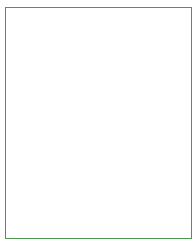
<source format=gbr>
%TF.GenerationSoftware,KiCad,Pcbnew,7.0.5*%
%TF.CreationDate,2023-06-29T13:10:02+12:00*%
%TF.ProjectId,manipulator_PCB,6d616e69-7075-46c6-9174-6f725f504342,rev?*%
%TF.SameCoordinates,Original*%
%TF.FileFunction,Profile,NP*%
%FSLAX46Y46*%
G04 Gerber Fmt 4.6, Leading zero omitted, Abs format (unit mm)*
G04 Created by KiCad (PCBNEW 7.0.5) date 2023-06-29 13:10:02*
%MOMM*%
%LPD*%
G01*
G04 APERTURE LIST*
%TA.AperFunction,Profile*%
%ADD10C,0.100000*%
%TD*%
G04 APERTURE END LIST*
D10*
X32512000Y-35306000D02*
X48260000Y-35306000D01*
X48260000Y-54864000D01*
X32512000Y-54864000D01*
X32512000Y-35306000D01*
M02*

</source>
